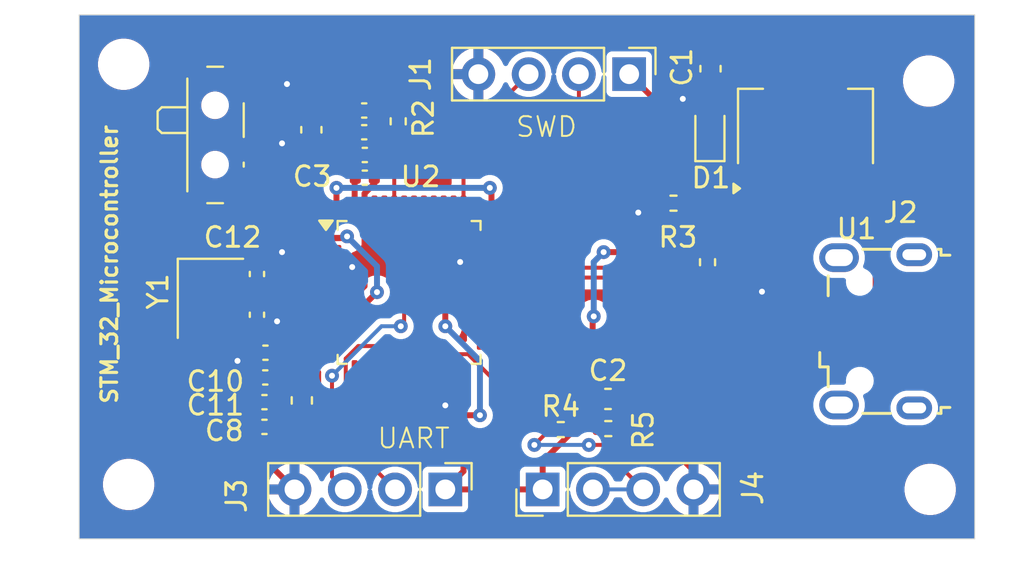
<source format=kicad_pcb>
(kicad_pcb (version 20240108) (generator "pcbnew") (generator_version "8.0")
  (layers (0 "F.Cu" signal) (31 "B.Cu" power) (34 "B.Paste" user) (35 "F.Paste" user) (36 "B.SilkS" user "B.Silkscreen") (37 "F.SilkS" user "F.Silkscreen") (38 "B.Mask" user) (39 "F.Mask" user) (44 "Edge.Cuts" user))
  (net 0 "")
  (net 1 "VBUS")
  (net 2 "GND")
  (net 3 "+3.3V")
  (net 4 "Net-(C10-Pad1)")
  (net 5 "/NRST")
  (net 6 "/HSE_OUT")
  (net 7 "/Power LED")
  (net 8 "/SWDIO")
  (net 9 "/SWCLK")
  (net 13 "/USB_D+")
  (net 14 "/USB_D-")
  (net 17 "/USART_RX")
  (net 18 "/USART_TX")
  (net 19 "/I2C2_SCL")
  (net 20 "/BOOT0")
  (net 21 "Net-(SW1-B)")
  (net 26 "/HSE_IN")
  (footprint "Capacitor_SMD:C_0402_1005Metric" (layer "F.Cu") (at 99.6525 78.3375)
    (property "Reference" "C4" (hide yes))
    (property "Value" "100n" (hide yes))
    (fp_line (start -0.107836 -0.36) (end 0.107836 -0.36) (stroke (width 0.12)) (layer "F.SilkS"))
    (fp_line (start -0.107836 0.36) (end 0.107836 0.36) (stroke (width 0.12)) (layer "F.SilkS"))
    (pad "1" smd roundrect (at -0.48 0) (size 0.56 0.62) (layers "F.Cu" "F.Paste" "F.Mask") (net 3 "+3.3V"))
    (pad "2" smd roundrect (at 0.48 0) (size 0.56 0.62) (layers "F.Cu" "F.Paste" "F.Mask") (net 2 "GND"))
  )
  (footprint "Capacitor_SMD:C_0402_1005Metric" (layer "F.Cu") (at 94.2325 88.6675 -90)
    (property "Reference" "C13" (hide yes))
    (property "Value" "10p" (hide yes))
    (fp_line (start -0.107836 0.36) (end 0.107836 0.36) (stroke (width 0.12)) (layer "F.SilkS"))
    (fp_line (start -0.107836 -0.36) (end 0.107836 -0.36) (stroke (width 0.12)) (layer "F.SilkS"))
    (pad "1" smd roundrect (at -0.48 0 270) (size 0.56 0.62) (layers "F.Cu" "F.Paste" "F.Mask") (net 6 "/HSE_OUT"))
    (pad "2" smd roundrect (at 0.48 0 270) (size 0.56 0.62) (layers "F.Cu" "F.Paste" "F.Mask") (net 2 "GND"))
  )
  (footprint "Capacitor_SMD:C_0603_1608Metric" (layer "F.Cu") (at 111.97 92.925)
    (property "Reference" "C2" (at 0 -1.43 0) (layer "F.SilkS"))
    (property "Value" "10u" (hide yes))
    (fp_line (start -0.14058 -0.51) (end 0.14058 -0.51) (stroke (width 0.12)) (layer "F.SilkS"))
    (fp_line (start -0.14058 0.51) (end 0.14058 0.51) (stroke (width 0.12)) (layer "F.SilkS"))
    (pad "1" smd roundrect (at -0.775 0) (size 0.9 0.95) (layers "F.Cu" "F.Paste" "F.Mask") (net 3 "+3.3V"))
    (pad "2" smd roundrect (at 0.775 0) (size 0.9 0.95) (layers "F.Cu" "F.Paste" "F.Mask") (net 2 "GND"))
  )
  (footprint "Capacitor_SMD:C_0603_1608Metric" (layer "F.Cu") (at 96.9825 79.3125 90)
    (property "Reference" "C3" (at -2.3625 0.0425 0) (layer "F.SilkS"))
    (property "Value" "10u" (hide yes))
    (fp_line (start -0.14058 -0.51) (end 0.14058 -0.51) (stroke (width 0.12)) (layer "F.SilkS"))
    (fp_line (start -0.14058 0.51) (end 0.14058 0.51) (stroke (width 0.12)) (layer "F.SilkS"))
    (pad "1" smd roundrect (at -0.775 0 90) (size 0.9 0.95) (layers "F.Cu" "F.Paste" "F.Mask") (net 3 "+3.3V"))
    (pad "2" smd roundrect (at 0.775 0 90) (size 0.9 0.95) (layers "F.Cu" "F.Paste" "F.Mask") (net 2 "GND"))
  )
  (footprint "Connector_PinHeader_2.54mm:PinHeader_1x04_P2.54mm_Vertical" (layer "F.Cu") (at 113.04 76.5 -90)
    (property "Reference" "J1" (at 0 10.54 90) (layer "F.SilkS"))
    (property "Value" "Conn_01x04_Pin" (hide yes))
    (fp_line (start -1.33 8.95) (end 1.33 8.95) (stroke (width 0.12)) (layer "F.SilkS"))
    (fp_line (start -1.33 1.27) (end -1.33 8.95) (stroke (width 0.12)) (layer "F.SilkS"))
    (fp_line (start -1.33 1.27) (end 1.33 1.27) (stroke (width 0.12)) (layer "F.SilkS"))
    (fp_line (start 1.33 1.27) (end 1.33 8.95) (stroke (width 0.12)) (layer "F.SilkS"))
    (fp_line (start -1.33 0) (end -1.33 -1.33) (stroke (width 0.12)) (layer "F.SilkS"))
    (fp_line (start -1.33 -1.33) (end 0 -1.33) (stroke (width 0.12)) (layer "F.SilkS"))
    (pad "1" thru_hole rect (at 0 0 270) (size 1.7 1.7) (drill 1) (layers "*.Cu" "*.Mask") (net 3 "+3.3V"))
    (pad "2" thru_hole oval (at 0 2.54 270) (size 1.7 1.7) (drill 1) (layers "*.Cu" "*.Mask") (net 8 "/SWDIO"))
    (pad "3" thru_hole oval (at 0 5.08 270) (size 1.7 1.7) (drill 1) (layers "*.Cu" "*.Mask") (net 9 "/SWCLK"))
    (pad "4" thru_hole oval (at 0 7.62 270) (size 1.7 1.7) (drill 1) (layers "*.Cu" "*.Mask") (net 2 "GND"))
  )
  (footprint "Capacitor_SMD:C_0402_1005Metric" (layer "F.Cu") (at 94.6525 91.8375 180)
    (property "Reference" "C10" (at 2.52 -0.2 180) (layer "F.SilkS"))
    (property "Value" "1u" (hide yes))
    (fp_line (start -0.107836 0.36) (end 0.107836 0.36) (stroke (width 0.12)) (layer "F.SilkS"))
    (fp_line (start -0.107836 -0.36) (end 0.107836 -0.36) (stroke (width 0.12)) (layer "F.SilkS"))
    (pad "1" smd roundrect (at -0.48 0 180) (size 0.56 0.62) (layers "F.Cu" "F.Paste" "F.Mask") (net 4 "Net-(C10-Pad1)"))
    (pad "2" smd roundrect (at 0.48 0 180) (size 0.56 0.62) (layers "F.Cu" "F.Paste" "F.Mask") (net 2 "GND"))
  )
  (footprint "Connector_PinHeader_2.54mm:PinHeader_1x04_P2.54mm_Vertical" (layer "F.Cu") (at 108.67 97.5 90)
    (property "Reference" "J4" (at 0.075 10.62 -90) (layer "F.SilkS"))
    (property "Value" "Conn_01x04_Pin" (hide yes))
    (fp_line (start -1.33 -1.33) (end 0 -1.33) (stroke (width 0.12)) (layer "F.SilkS"))
    (fp_line (start -1.33 0) (end -1.33 -1.33) (stroke (width 0.12)) (layer "F.SilkS"))
    (fp_line (start 1.33 1.27) (end 1.33 8.95) (stroke (width 0.12)) (layer "F.SilkS"))
    (fp_line (start -1.33 1.27) (end 1.33 1.27) (stroke (width 0.12)) (layer "F.SilkS"))
    (fp_line (start -1.33 1.27) (end -1.33 8.95) (stroke (width 0.12)) (layer "F.SilkS"))
    (fp_line (start -1.33 8.95) (end 1.33 8.95) (stroke (width 0.12)) (layer "F.SilkS"))
    (pad "1" thru_hole rect (at 0 0 90) (size 1.7 1.7) (drill 1) (layers "*.Cu" "*.Mask") (net 3 "+3.3V"))
    (pad "2" thru_hole oval (at 0 2.54 90) (size 1.7 1.7) (drill 1) (layers "*.Cu" "*.Mask") (net 19 "/I2C2_SCL"))
    (pad "3" thru_hole oval (at 0 5.08 90) (size 1.7 1.7) (drill 1) (layers "*.Cu" "*.Mask") (net 19 "/I2C2_SCL"))
    (pad "4" thru_hole oval (at 0 7.62 90) (size 1.7 1.7) (drill 1) (layers "*.Cu" "*.Mask") (net 2 "GND"))
  )
  (footprint "Resistor_SMD:R_0402_1005Metric" (layer "F.Cu") (at 109.585 94.475)
    (property "Reference" "R4" (at 0 -1.17 0) (layer "F.SilkS"))
    (property "Value" "1.5k" (hide yes))
    (fp_line (start -0.153641 -0.38) (end 0.153641 -0.38) (stroke (width 0.12)) (layer "F.SilkS"))
    (fp_line (start -0.153641 0.38) (end 0.153641 0.38) (stroke (width 0.12)) (layer "F.SilkS"))
    (pad "1" smd roundrect (at -0.51 0) (size 0.54 0.64) (layers "F.Cu" "F.Paste" "F.Mask") (net 19 "/I2C2_SCL"))
    (pad "2" smd roundrect (at 0.51 0) (size 0.54 0.64) (layers "F.Cu" "F.Paste" "F.Mask") (net 3 "+3.3V"))
  )
  (footprint "Capacitor_SMD:C_0402_1005Metric" (layer "F.Cu") (at 94.2325 86.6075 90)
    (property "Reference" "C12" (at 1.8575 -1.2325 0) (layer "F.SilkS"))
    (property "Value" "10p" (hide yes))
    (fp_line (start -0.107836 -0.36) (end 0.107836 -0.36) (stroke (width 0.12)) (layer "F.SilkS"))
    (fp_line (start -0.107836 0.36) (end 0.107836 0.36) (stroke (width 0.12)) (layer "F.SilkS"))
    (pad "1" smd roundrect (at -0.48 0 90) (size 0.56 0.62) (layers "F.Cu" "F.Paste" "F.Mask") (net 26 "/HSE_IN"))
    (pad "2" smd roundrect (at 0.48 0 90) (size 0.56 0.62) (layers "F.Cu" "F.Paste" "F.Mask") (net 2 "GND"))
  )
  (footprint "Resistor_SMD:R_0402_1005Metric" (layer "F.Cu") (at 101.37 78.885 90)
    (property "Reference" "R2" (at 0.135 1.275 -90) (layer "F.SilkS"))
    (property "Value" "10k" (hide yes))
    (fp_line (start -0.153641 -0.38) (end 0.153641 -0.38) (stroke (width 0.12)) (layer "F.SilkS"))
    (fp_line (start -0.153641 0.38) (end 0.153641 0.38) (stroke (width 0.12)) (layer "F.SilkS"))
    (pad "1" smd roundrect (at -0.51 0 90) (size 0.54 0.64) (layers "F.Cu" "F.Paste" "F.Mask") (net 21 "Net-(SW1-B)"))
    (pad "2" smd roundrect (at 0.51 0 90) (size 0.54 0.64) (layers "F.Cu" "F.Paste" "F.Mask") (net 20 "/BOOT0"))
  )
  (footprint "Crystal:Crystal_SMD_3225-4Pin_3.2x2.5mm" (layer "F.Cu") (at 91.8825 87.8375 -90)
    (property "Reference" "Y1" (at -0.35 2.65 90) (layer "F.SilkS"))
    (property "Value" "16MHz" (hide yes))
    (fp_line (start -2 1.65) (end 2 1.65) (stroke (width 0.12)) (layer "F.SilkS"))
    (fp_line (start -2 -1.65) (end -2 1.65) (stroke (width 0.12)) (layer "F.SilkS"))
    (pad "1" smd rect (at -1.1 0.85 270) (size 1.4 1.2) (layers "F.Cu" "F.Paste" "F.Mask") (net 26 "/HSE_IN"))
    (pad "2" smd rect (at 1.1 0.85 270) (size 1.4 1.2) (layers "F.Cu" "F.Paste" "F.Mask") (net 2 "GND"))
    (pad "3" smd rect (at 1.1 -0.85 270) (size 1.4 1.2) (layers "F.Cu" "F.Paste" "F.Mask") (net 6 "/HSE_OUT"))
    (pad "4" smd rect (at -1.1 -0.85 270) (size 1.4 1.2) (layers "F.Cu" "F.Paste" "F.Mask") (net 2 "GND"))
  )
  (footprint "Resistor_SMD:R_0402_1005Metric" (layer "F.Cu") (at 117 86.01 90)
    (property "Reference" "R3" (at 1.26 -1.5 0) (layer "F.SilkS"))
    (property "Value" "1.5k" (hide yes))
    (fp_line (start -0.153641 -0.38) (end 0.153641 -0.38) (stroke (width 0.12)) (layer "F.SilkS"))
    (fp_line (start -0.153641 0.38) (end 0.153641 0.38) (stroke (width 0.12)) (layer "F.SilkS"))
    (pad "1" smd roundrect (at -0.51 0 90) (size 0.54 0.64) (layers "F.Cu" "F.Paste" "F.Mask") (net 13 "/USB_D+"))
    (pad "2" smd roundrect (at 0.51 0 90) (size 0.54 0.64) (layers "F.Cu" "F.Paste" "F.Mask") (net 3 "+3.3V"))
  )
  (footprint "Connector_PinHeader_2.54mm:PinHeader_1x04_P2.54mm_Vertical" (layer "F.Cu") (at 103.75 97.5 -90)
    (property "Reference" "J3" (at 0.325 10.55 90) (layer "F.SilkS"))
    (property "Value" "Conn_01x04_Pin" (hide yes))
    (fp_line (start -1.33 8.95) (end 1.33 8.95) (stroke (width 0.12)) (layer "F.SilkS"))
    (fp_line (start -1.33 1.27) (end -1.33 8.95) (stroke (width 0.12)) (layer "F.SilkS"))
    (fp_line (start -1.33 1.27) (end 1.33 1.27) (stroke (width 0.12)) (layer "F.SilkS"))
    (fp_line (start 1.33 1.27) (end 1.33 8.95) (stroke (width 0.12)) (layer "F.SilkS"))
    (fp_line (start -1.33 0) (end -1.33 -1.33) (stroke (width 0.12)) (layer "F.SilkS"))
    (fp_line (start -1.33 -1.33) (end 0 -1.33) (stroke (width 0.12)) (layer "F.SilkS"))
    (pad "1" thru_hole rect (at 0 0 270) (size 1.7 1.7) (drill 1) (layers "*.Cu" "*.Mask") (net 3 "+3.3V"))
    (pad "2" thru_hole oval (at 0 2.54 270) (size 1.7 1.7) (drill 1) (layers "*.Cu" "*.Mask") (net 18 "/USART_TX"))
    (pad "3" thru_hole oval (at 0 5.08 270) (size 1.7 1.7) (drill 1) (layers "*.Cu" "*.Mask") (net 17 "/USART_RX"))
    (pad "4" thru_hole oval (at 0 7.62 270) (size 1.7 1.7) (drill 1) (layers "*.Cu" "*.Mask") (net 2 "GND"))
  )
  (footprint "Capacitor_SMD:C_0402_1005Metric" (layer "F.Cu") (at 94.6125 93.0875 180)
    (property "Reference" "C11" (at 2.48 -0.15 180) (layer "F.SilkS"))
    (property "Value" "100n" (hide yes))
    (fp_line (start -0.107836 0.36) (end 0.107836 0.36) (stroke (width 0.12)) (layer "F.SilkS"))
    (fp_line (start -0.107836 -0.36) (end 0.107836 -0.36) (stroke (width 0.12)) (layer "F.SilkS"))
    (pad "1" smd roundrect (at -0.48 0 180) (size 0.56 0.62) (layers "F.Cu" "F.Paste" "F.Mask") (net 5 "/NRST"))
    (pad "2" smd roundrect (at 0.48 0 180) (size 0.56 0.62) (layers "F.Cu" "F.Paste" "F.Mask") (net 2 "GND"))
  )
  (footprint "MountingHole:MountingHole_2.1mm" (layer "F.Cu") (at 128.25 97.5)
    (property "Reference" "H3" (hide yes))
    (property "Value" "MountingHole" (hide yes))
    (pad "" np_thru_hole circle (at 0 0) (size 2.1 2.1) (drill 2.1) (layers "*.Cu" "*.Mask"))
  )
  (footprint "Capacitor_SMD:C_0402_1005Metric" (layer "F.Cu") (at 94.6125 94.3375 180)
    (property "Reference" "C8" (at 2.03 -0.2 180) (layer "F.SilkS"))
    (property "Value" "10n" (hide yes))
    (fp_line (start -0.107836 0.36) (end 0.107836 0.36) (stroke (width 0.12)) (layer "F.SilkS"))
    (fp_line (start -0.107836 -0.36) (end 0.107836 -0.36) (stroke (width 0.12)) (layer "F.SilkS"))
    (pad "1" smd roundrect (at -0.48 0 180) (size 0.56 0.62) (layers "F.Cu" "F.Paste" "F.Mask") (net 3 "+3.3V"))
    (pad "2" smd roundrect (at 0.48 0 180) (size 0.56 0.62) (layers "F.Cu" "F.Paste" "F.Mask") (net 2 "GND"))
  )
  (footprint "Resistor_SMD:R_0402_1005Metric" (layer "F.Cu") (at 115.28 83.025 180)
    (property "Reference" "R1" (hide yes))
    (property "Value" "1.5k" (hide yes))
    (fp_line (start -0.153641 0.38) (end 0.153641 0.38) (stroke (width 0.12)) (layer "F.SilkS"))
    (fp_line (start -0.153641 -0.38) (end 0.153641 -0.38) (stroke (width 0.12)) (layer "F.SilkS"))
    (pad "1" smd roundrect (at -0.51 0 180) (size 0.54 0.64) (layers "F.Cu" "F.Paste" "F.Mask") (net 7 "/Power LED"))
    (pad "2" smd roundrect (at 0.51 0 180) (size 0.54 0.64) (layers "F.Cu" "F.Paste" "F.Mask") (net 2 "GND"))
  )
  (footprint "Connector_USB:USB_Micro-B_Wuerth_629105150521" (layer "F.Cu") (at 125.495 89.505 90)
    (property "Reference" "J2" (at 6.005 1.255 0) (layer "F.SilkS"))
    (property "Value" "USB_B_Micro")
    (fp_line (start -1.075 -2.825) (end -1.8 -2.825) (stroke (width 0.15)) (layer "F.SilkS"))
    (fp_line (start -1.8 -2.825) (end -1.8 -2.4) (stroke (width 0.15)) (layer "F.SilkS"))
    (fp_line (start 1.8 -2.4) (end 2.8 -2.4) (stroke (width 0.15)) (layer "F.SilkS"))
    (fp_line (start -1.8 -2.4) (end -2.8 -2.4) (stroke (width 0.15)) (layer "F.SilkS"))
    (fp_line (start -4.15 -0.65) (end -4.15 0.75) (stroke (width 0.15)) (layer "F.SilkS"))
    (fp_line (start 4.15 0.75) (end 4.15 -0.65) (stroke (width 0.15)) (layer "F.SilkS"))
    (fp_line (start -4.15 3.15) (end -4.15 3.3) (stroke (width 0.15)) (layer "F.SilkS"))
    (fp_line (start 4.15 3.3) (end 4.15 3.15) (stroke (width 0.15)) (layer "F.SilkS"))
    (fp_line (start 3.85 3.3) (end 4.15 3.3) (stroke (width 0.15)) (layer "F.SilkS"))
    (fp_line (start -3.85 3.3) (end -3.85 3.75) (stroke (width 0.15)) (layer "F.SilkS"))
    (fp_line (start -4.15 3.3) (end -3.85 3.3) (stroke (width 0.15)) (layer "F.SilkS"))
    (fp_line (start 3.85 3.75) (end 3.85 3.3) (stroke (width 0.15)) (layer "F.SilkS"))
    (pad "" np_thru_hole oval (at -2.5 -0.8 90) (size 0.8 0.8) (drill 0.8) (layers "*.Cu" "*.Mask"))
    (pad "" np_thru_hole oval (at 2.5 -0.8 90) (size 0.8 0.8) (drill 0.8) (layers "*.Cu" "*.Mask"))
    (pad "1" smd rect (at -1.3 -1.9 90) (size 0.45 1.3) (layers "F.Cu" "F.Paste" "F.Mask") (net 1 "VBUS"))
    (pad "2" smd rect (at -0.65 -1.9 90) (size 0.45 1.3) (layers "F.Cu" "F.Paste" "F.Mask") (net 14 "/USB_D-"))
    (pad "3" smd rect (at 0 -1.9 90) (size 0.45 1.3) (layers "F.Cu" "F.Paste" "F.Mask") (net 13 "/USB_D+"))
    (pad "4" smd rect (at 0.65 -1.9 90) (size 0.45 1.3) (layers "F.Cu" "F.Paste" "F.Mask"))
    (pad "5" smd rect (at 1.3 -1.9 90) (size 0.45 1.3) (layers "F.Cu" "F.Paste" "F.Mask") (net 2 "GND"))
    (pad "6" thru_hole oval (at -3.875 1.95 90) (size 1.15 1.8) (drill oval 0.55 1.2) (layers "*.Cu" "*.Mask"))
    (pad "6" thru_hole oval (at -3.725 -1.85 90) (size 1.45 2) (drill oval 0.85 1.4) (layers "*.Cu" "*.Mask"))
    (pad "6" thru_hole oval (at 3.725 -1.85 90) (size 1.45 2) (drill oval 0.85 1.4) (layers "*.Cu" "*.Mask"))
    (pad "6" thru_hole oval (at 3.875 1.95 90) (size 1.15 1.8) (drill oval 0.55 1.2) (layers "*.Cu" "*.Mask"))
  )
  (footprint "Button_Switch_SMD:SW_SPDT_PCM12" (layer "F.Cu") (at 92.445 79.575 -90)
    (property "Reference" "SW1" (hide yes))
    (property "Value" "SW_SPDT" (hide yes))
    (fp_line (start -1.2 3.23) (end -0.3 3.23) (stroke (width 0.12)) (layer "F.SilkS"))
    (fp_line (start -1.4 3.02) (end -1.2 3.23) (stroke (width 0.12)) (layer "F.SilkS"))
    (fp_line (start -0.1 3.02) (end -0.3 3.23) (stroke (width 0.12)) (layer "F.SilkS"))
    (fp_line (start -0.1 3.02) (end -0.1 1.73) (stroke (width 0.12)) (layer "F.SilkS"))
    (fp_line (start -2.85 1.73) (end 2.85 1.73) (stroke (width 0.12)) (layer "F.SilkS"))
    (fp_line (start -1.4 1.73) (end -1.4 3.02) (stroke (width 0.12)) (layer "F.SilkS"))
    (fp_line (start 3.45 0.72) (end 3.45 -0.07) (stroke (width 0.12)) (layer "F.SilkS"))
    (fp_line (start -3.45 -0.07) (end -3.45 0.72) (stroke (width 0.12)) (layer "F.SilkS"))
    (fp_line (start -1.6 -1.12) (end 0.1 -1.12) (stroke (width 0.12)) (layer "F.SilkS"))
    (fp_line (start 1.4 -1.12) (end 1.6 -1.12) (stroke (width 0.12)) (layer "F.SilkS"))
    (pad "" smd rect (at -3.65 -0.78 270) (size 1 0.8) (layers "F.Cu" "F.Paste" "F.Mask"))
    (pad "" smd rect (at -3.65 1.43 270) (size 1 0.8) (layers "F.Cu" "F.Paste" "F.Mask"))
    (pad "" np_thru_hole circle (at -1.5 0.33 270) (size 0.9 0.9) (drill 0.9) (layers "*.Cu" "*.Mask"))
    (pad "" np_thru_hole circle (at 1.5 0.33 270) (size 0.9 0.9) (drill 0.9) (layers "*.Cu" "*.Mask"))
    (pad "" smd rect (at 3.65 -0.78 270) (size 1 0.8) (layers "F.Cu" "F.Paste" "F.Mask"))
    (pad "" smd rect (at 3.65 1.43 270) (size 1 0.8) (layers "F.Cu" "F.Paste" "F.Mask"))
    (pad "1" smd rect (at -2.25 -1.43 270) (size 0.7 1.5) (layers "F.Cu" "F.Paste" "F.Mask") (net 2 "GND"))
    (pad "2" smd rect (at 0.75 -1.43 270) (size 0.7 1.5) (layers "F.Cu" "F.Paste" "F.Mask") (net 21 "Net-(SW1-B)"))
    (pad "3" smd rect (at 2.25 -1.43 270) (size 0.7 1.5) (layers "F.Cu" "F.Paste" "F.Mask") (net 3 "+3.3V"))
  )
  (footprint "Capacitor_SMD:C_0402_1005Metric" (layer "F.Cu") (at 99.6525 79.4375)
    (property "Reference" "C5" (hide yes))
    (property "Value" "100n" (hide yes))
    (fp_line (start -0.107836 -0.36) (end 0.107836 -0.36) (stroke (width 0.12)) (layer "F.SilkS"))
    (fp_line (start -0.107836 0.36) (end 0.107836 0.36) (stroke (width 0.12)) (layer "F.SilkS"))
    (pad "1" smd roundrect (at -0.48 0) (size 0.56 0.62) (layers "F.Cu" "F.Paste" "F.Mask") (net 3 "+3.3V"))
    (pad "2" smd roundrect (at 0.48 0) (size 0.56 0.62) (layers "F.Cu" "F.Paste" "F.Mask") (net 2 "GND"))
  )
  (footprint "Capacitor_SMD:C_0603_1608Metric" (layer "F.Cu") (at 117.15 76.225 -90)
    (property "Reference" "C1" (at -0.075 1.45 90) (layer "F.SilkS"))
    (property "Value" "10u" (hide yes))
    (fp_line (start -0.14058 0.51) (end 0.14058 0.51) (stroke (width 0.12)) (layer "F.SilkS"))
    (fp_line (start -0.14058 -0.51) (end 0.14058 -0.51) (stroke (width 0.12)) (layer "F.SilkS"))
    (pad "1" smd roundrect (at -0.775 0 270) (size 0.9 0.95) (layers "F.Cu" "F.Paste" "F.Mask") (net 1 "VBUS"))
    (pad "2" smd roundrect (at 0.775 0 270) (size 0.9 0.95) (layers "F.Cu" "F.Paste" "F.Mask") (net 2 "GND"))
  )
  (footprint "LED_SMD:LED_0603_1608Metric" (layer "F.Cu") (at 117.12 79.4125 90)
    (property "Reference" "D1" (at -2.3375 0.05 0) (layer "F.SilkS"))
    (property "Value" "RED" (hide yes))
    (fp_line (start 0.8 -0.735) (end -1.485 -0.735) (stroke (width 0.12)) (layer "F.SilkS"))
    (fp_line (start -1.485 -0.735) (end -1.485 0.735) (stroke (width 0.12)) (layer "F.SilkS"))
    (fp_line (start -1.485 0.735) (end 0.8 0.735) (stroke (width 0.12)) (layer "F.SilkS"))
    (pad "1" smd roundrect (at -0.7875 0 90) (size 0.875 0.95) (layers "F.Cu" "F.Paste" "F.Mask") (net 7 "/Power LED"))
    (pad "2" smd roundrect (at 0.7875 0 90) (size 0.875 0.95) (layers "F.Cu" "F.Paste" "F.Mask") (net 3 "+3.3V"))
  )
  (footprint "MountingHole:MountingHole_2.1mm" (layer "F.Cu") (at 128.175 76.85)
    (property "Reference" "H1" (hide yes))
    (property "Value" "MountingHole" (hide yes))
    (pad "" np_thru_hole circle (at 0 0) (size 2.1 2.1) (drill 2.1) (layers "*.Cu" "*.Mask"))
  )
  (footprint "MountingHole:MountingHole_2.1mm" (layer "F.Cu") (at 87.5 76)
    (property "Reference" "H2" (hide yes))
    (property "Value" "MountingHole" (hide yes))
    (pad "" np_thru_hole circle (at 0 0) (size 2.1 2.1) (drill 2.1) (layers "*.Cu" "*.Mask"))
  )
  (footprint "Capacitor_SMD:C_0402_1005Metric" (layer "F.Cu") (at 99.6825 81.7375)
    (property "Reference" "C7" (hide yes))
    (property "Value" "100n" (hide yes))
    (fp_line (start -0.107836 -0.36) (end 0.107836 -0.36) (stroke (width 0.12)) (layer "F.SilkS"))
    (fp_line (start -0.107836 0.36) (end 0.107836 0.36) (stroke (width 0.12)) (layer "F.SilkS"))
    (pad "1" smd roundrect (at -0.48 0) (size 0.56 0.62) (layers "F.Cu" "F.Paste" "F.Mask") (net 3 "+3.3V"))
    (pad "2" smd roundrect (at 0.48 0) (size 0.56 0.62) (layers "F.Cu" "F.Paste" "F.Mask") (net 2 "GND"))
  )
  (footprint "MountingHole:MountingHole_2.1mm" (layer "F.Cu") (at 87.75 97.25)
    (property "Reference" "H4" (hide yes))
    (property "Value" "MountingHole" (hide yes))
    (pad "" np_thru_hole circle (at 0 0) (size 2.1 2.1) (drill 2.1) (layers "*.Cu" "*.Mask"))
  )
  (footprint "Package_QFP:LQFP-48_7x7mm_P0.5mm" (layer "F.Cu") (at 101.92 87.5375)
    (property "Reference" "U2" (at 0.58 -5.85 0) (layer "F.SilkS"))
    (property "Value" "STM32F103C8T6" (hide yes))
    (fp_line (start -3.61 -3.61) (end -3.61 -3.16) (stroke (width 0.12)) (layer "F.SilkS"))
    (fp_line (start -3.61 3.61) (end -3.61 3.16) (stroke (width 0.12)) (layer "F.SilkS"))
    (fp_line (start -3.16 -3.61) (end -3.61 -3.61) (stroke (width 0.12)) (layer "F.SilkS"))
    (fp_line (start -3.16 3.61) (end -3.61 3.61) (stroke (width 0.12)) (layer "F.SilkS"))
    (fp_line (start 3.16 -3.61) (end 3.61 -3.61) (stroke (width 0.12)) (layer "F.SilkS"))
    (fp_line (start 3.16 3.61) (end 3.61 3.61) (stroke (width 0.12)) (layer "F.SilkS"))
    (fp_line (start 3.61 -3.61) (end 3.61 -3.16) (stroke (width 0.12)) (layer "F.SilkS"))
    (fp_line (start 3.61 3.61) (end 3.61 3.16) (stroke (width 0.12)) (layer "F.SilkS"))
    (fp_poly (pts (xy -4.2 -3.16) (xy -4.54 -3.63) (xy -3.86 -3.63) (xy -4.2 -3.16)) (stroke (width 0.12)) (fill solid) (layer "F.SilkS"))
    (pad "1" smd roundrect (at -4.1625 -2.75) (size 1.475 0.3) (layers "F.Cu" "F.Paste" "F.Mask") (net 3 "+3.3V"))
    (pad "2" smd roundrect (at -4.1625 -2.25) (size 1.475 0.3) (layers "F.Cu" "F.Paste" "F.Mask"))
    (pad "3" smd roundrect (at -4.1625 -1.75) (size 1.475 0.3) (layers "F.Cu" "F.Paste" "F.Mask"))
    (pad "4" smd roundrect (at -4.1625 -1.25) (size 1.475 0.3) (layers "F.Cu" "F.Paste" "F.Mask"))
    (pad "5" smd roundrect (at -4.1625 -0.75) (size 1.475 0.3) (layers "F.Cu" "F.Paste" "F.Mask") (net 26 "/HSE_IN"))
    (pad "6" smd roundrect (at -4.1625 -0.25) (size 1.475 0.3) (layers "F.Cu" "F.Paste" "F.Mask") (net 6 "/HSE_OUT"))
    (pad "7" smd roundrect (at -4.1625 0.25) (size 1.475 0.3) (layers "F.Cu" "F.Paste" "F.Mask") (net 5 "/NRST"))
    (pad "8" smd roundrect (at -4.1625 0.75) (size 1.475 0.3) (layers "F.Cu" "F.Paste" "F.Mask") (net 2 "GND"))
    (pad "9" smd roundrect (at -4.1625 1.25) (size 1.475 0.3) (layers "F.Cu" "F.Paste" "F.Mask") (net 3 "+3.3V"))
    (pad "10" smd roundrect (at -4.1625 1.75) (size 1.475 0.3) (layers "F.Cu" "F.Paste" "F.Mask"))
    (pad "11" smd roundrect (at -4.1625 2.25) (size 1.475 0.3) (layers "F.Cu" "F.Paste" "F.Mask"))
    (pad "12" smd roundrect (at -4.1625 2.75) (size 1.475 0.3) (layers "F.Cu" "F.Paste" "F.Mask"))
    (pad "13" smd roundrect (at -2.75 4.1625) (size 0.3 1.475) (layers "F.Cu" "F.Paste" "F.Mask"))
    (pad "14" smd roundrect (at -2.25 4.1625) (size 0.3 1.475) (layers "F.Cu" "F.Paste" "F.Mask"))
    (pad "15" smd roundrect (at -1.75 4.1625) (size 0.3 1.475) (layers "F.Cu" "F.Paste" "F.Mask"))
    (pad "16" smd roundrect (at -1.25 4.1625) (size 0.3 1.475) (layers "F.Cu" "F.Paste" "F.Mask"))
    (pad "17" smd roundrect (at -0.75 4.1625) (size 0.3 1.475) (layers "F.Cu" "F.Paste" "F.Mask"))
    (pad "18" smd roundrect (at -0.25 4.1625) (size 0.3 1.475) (layers "F.Cu" "F.Paste" "F.Mask"))
    (pad "19" smd roundrect (at 0.25 4.1625) (size 0.3 1.475) (layers "F.Cu" "F.Paste" "F.Mask"))
    (pad "20" smd roundrect (at 0.75 4.1625) (size 0.3 1.475) (layers "F.Cu" "F.Paste" "F.Mask"))
    (pad "21" smd roundrect (at 1.25 4.1625) (size 0.3 1.475) (layers "F.Cu" "F.Paste" "F.Mask") (net 19 "/I2C2_SCL"))
    (pad "22" smd roundrect (at 1.75 4.1625) (size 0.3 1.475) (layers "F.Cu" "F.Paste" "F.Mask") (net 19 "/I2C2_SCL"))
    (pad "23" smd roundrect (at 2.25 4.1625) (size 0.3 1.475) (layers "F.Cu" "F.Paste" "F.Mask") (net 2 "GND"))
    (pad "24" smd roundrect (at 2.75 4.1625) (size 0.3 1.475) (layers "F.Cu" "F.Paste" "F.Mask") (net 3 "+3.3V"))
    (pad "25" smd roundrect (at 4.1625 2.75) (size 1.475 0.3) (layers "F.Cu" "F.Paste" "F.Mask"))
    (pad "26" smd roundrect (at 4.1625 2.25) (size 1.475 0.3) (layers "F.Cu" "F.Paste" "F.Mask"))
    (pad "27" smd roundrect (at 4.1625 1.75) (size 1.475 0.3) (layers "F.Cu" "F.Paste" "F.Mask"))
    (pad "28" smd roundrect (at 4.1625 1.25) (size 1.475 0.3) (layers "F.Cu" "F.Paste" "F.Mask"))
    (pad "29" smd roundrect (at 4.1625 0.75) (size 1.475 0.3) (layers "F.Cu" "F.Paste" "F.Mask"))
    (pad "30" smd roundrect (at 4.1625 0.25) (size 1.475 0.3) (layers "F.Cu" "F.Paste" "F.Mask"))
    (pad "31" smd roundrect (at 4.1625 -0.25) (size 1.475 0.3) (layers "F.Cu" "F.Paste" "F.Mask"))
    (pad "32" smd roundrect (at 4.1625 -0.75) (size 1.475 0.3) (layers "F.Cu" "F.Paste" "F.Mask") (net 14 "/USB_D-"))
    (pad "33" smd roundrect (at 4.1625 -1.25) (size 1.475 0.3) (layers "F.Cu" "F.Paste" "F.Mask") (net 13 "/USB_D+"))
    (pad "34" smd roundrect (at 4.1625 -1.75) (size 1.475 0.3) (layers "F.Cu" "F.Paste" "F.Mask") (net 8 "/SWDIO"))
    (pad "35" smd roundrect (at 4.1625 -2.25) (size 1.475 0.3) (layers "F.Cu" "F.Paste" "F.Mask") (net 2 "GND"))
    (pad "36" smd roundrect (at 4.1625 -2.75) (size 1.475 0.3) (layers "F.Cu" "F.Paste" "F.Mask") (net 3 "+3.3V"))
    (pad "37" smd roundrect (at 2.75 -4.1625) (size 0.3 1.475) (layers "F.Cu" "F.Paste" "F.Mask") (net 9 "/SWCLK"))
    (pad "38" smd roundrect (at 2.25 -4.1625) (size 0.3 1.475) (layers "F.Cu" "F.Paste" "F.Mask"))
    (pad "39" smd roundrect (at 1.75 -4.1625) (size 0.3 1.475) (layers "F.Cu" "F.Paste" "F.Mask"))
    (pad "40" smd roundrect (at 1.25 -4.1625) (size 0.3 1.475) (layers "F.Cu" "F.Paste" "F.Mask"))
    (pad "41" smd roundrect (at 0.75 -4.1625) (size 0.3 1.475) (layers "F.Cu" "F.Paste" "F.Mask"))
    (pad "42" smd roundrect (at 0.25 -4.1625) (size 0.3 1.475) (layers "F.Cu" "F.Paste" "F.Mask") (net 18 "/USART_TX"))
    (pad "43" smd roundrect (at -0.25 -4.1625) (size 0.3 1.475) (layers "F.Cu" "F.Paste" "F.Mask") (net 17 "/USART_RX"))
    (pad "44" smd roundrect (at -0.75 -4.1625) (size 0.3 1.475) (layers "F.Cu" "F.Paste" "F.Mask") (net 20 "/BOOT0"))
    (pad "45" smd roundrect (at -1.25 -4.1625) (size 0.3 1.475) (layers "F.Cu" "F.Paste" "F.Mask"))
    (pad "46" smd roundrect (at -1.75 -4.1625) (size 0.3 1.475) (layers "F.Cu" "F.Paste" "F.Mask"))
    (pad "47" smd roundrect (at -2.25 -4.1625) (size 0.3 1.475) (layers "F.Cu" "F.Paste" "F.Mask") (net 2 "GND"))
    (pad "48" smd roundrect (at -2.75 -4.1625) (size 0.3 1.475) (layers "F.Cu" "F.Paste" "F.Mask") (net 3 "+3.3V"))
  )
  (footprint "Inductor_SMD:L_0603_1608Metric" (layer "F.Cu") (at 96.5 93 90)
    (property "Reference" "FB1" (hide yes))
    (property "Value" "120R" (hide yes))
    (fp_line (start -0.162779 -0.51) (end 0.162779 -0.51) (stroke (width 0.12)) (layer "F.SilkS"))
    (fp_line (start -0.162779 0.51) (end 0.162779 0.51) (stroke (width 0.12)) (layer "F.SilkS"))
    (pad "1" smd roundrect (at -0.7875 0 90) (size 0.875 0.95) (layers "F.Cu" "F.Paste" "F.Mask") (net 3 "+3.3V"))
    (pad "2" smd roundrect (at 0.7875 0 90) (size 0.875 0.95) (layers "F.Cu" "F.Paste" "F.Mask") (net 4 "Net-(C10-Pad1)"))
  )
  (footprint "Package_TO_SOT_SMD:SOT-223-3_TabPin2" (layer "F.Cu") (at 121.95 79.15 90)
    (property "Reference" "U1" (at -5.175 2.575 0) (layer "F.SilkS"))
    (property "Value" "AMS1117-3.3" (hide yes))
    (fp_line (start 1.91 -3.41) (end 1.91 -2.15) (stroke (width 0.12)) (layer "F.SilkS"))
    (fp_line (start -1.85 -3.41) (end 1.91 -3.41) (stroke (width 0.12)) (layer "F.SilkS"))
    (fp_line (start 1.91 3.41) (end 1.91 2.15) (stroke (width 0.12)) (layer "F.SilkS"))
    (fp_line (start -1.85 3.41) (end 1.91 3.41) (stroke (width 0.12)) (layer "F.SilkS"))
    (fp_poly (pts (xy -3.13 -3.31) (xy -3.37 -3.64) (xy -2.89 -3.64) (xy -3.13 -3.31)) (stroke (width 0.12)) (fill solid) (layer "F.SilkS"))
    (pad "1" smd roundrect (at -3.15 -2.3 90) (size 2 1.5) (layers "F.Cu" "F.Paste" "F.Mask") (net 2 "GND"))
    (pad "2" smd roundrect (at -3.15 0 90) (size 2 1.5) (layers "F.Cu" "F.Paste" "F.Mask") (net 3 "+3.3V"))
    (pad "2" smd roundrect (at 3.15 0 90) (size 2 3.8) (layers "F.Cu" "F.Paste" "F.Mask") (net 3 "+3.3V"))
    (pad "3" smd roundrect (at -3.15 2.3 90) (size 2 1.5) (layers "F.Cu" "F.Paste" "F.Mask") (net 1 "VBUS"))
  )
  (footprint "Capacitor_SMD:C_0402_1005Metric" (layer "F.Cu") (at 99.6825 80.5875)
    (property "Reference" "C6" (hide yes))
    (property "Value" "100n" (hide yes))
    (fp_line (start -0.107836 -0.36) (end 0.107836 -0.36) (stroke (width 0.12)) (layer "F.SilkS"))
    (fp_line (start -0.107836 0.36) (end 0.107836 0.36) (stroke (width 0.12)) (layer "F.SilkS"))
    (pad "1" smd roundrect (at -0.48 0) (size 0.56 0.62) (layers "F.Cu" "F.Paste" "F.Mask") (net 3 "+3.3V"))
    (pad "2" smd roundrect (at 0.48 0) (size 0.56 0.62) (layers "F.Cu" "F.Paste" "F.Mask") (net 2 "GND"))
  )
  (footprint "Capacitor_SMD:C_0402_1005Metric" (layer "F.Cu") (at 94.6625 90.5875 180)
    (property "Reference" "C9" (hide yes))
    (property "Value" "1u" (hide yes))
    (fp_line (start -0.107836 0.36) (end 0.107836 0.36) (stroke (width 0.12)) (layer "F.SilkS"))
    (fp_line (start -0.107836 -0.36) (end 0.107836 -0.36) (stroke (width 0.12)) (layer "F.SilkS"))
    (pad "1" smd roundrect (at -0.48 0 180) (size 0.56 0.62) (layers "F.Cu" "F.Paste" "F.Mask") (net 3 "+3.3V"))
    (pad "2" smd roundrect (at 0.48 0 180) (size 0.56 0.62) (layers "F.Cu" "F.Paste" "F.Mask") (net 2 "GND"))
  )
  (footprint "Resistor_SMD:R_0402_1005Metric" (layer "F.Cu") (at 111.985 94.425 180)
    (property "Reference" "R5" (at -1.765 -0.075 -90) (layer "F.SilkS"))
    (property "Value" "1.5k" (hide yes))
    (fp_line (start -0.153641 0.38) (end 0.153641 0.38) (stroke (width 0.12)) (layer "F.SilkS"))
    (fp_line (start -0.153641 -0.38) (end 0.153641 -0.38) (stroke (width 0.12)) (layer "F.SilkS"))
    (pad "1" smd roundrect (at -0.51 0 180) (size 0.54 0.64) (layers "F.Cu" "F.Paste" "F.Mask") (net 19 "/I2C2_SCL"))
    (pad "2" smd roundrect (at 0.51 0 180) (size 0.54 0.64) (layers "F.Cu" "F.Paste" "F.Mask") (net 3 "+3.3V"))
  )
  (gr_rect (start 85.25 73.5) (end 130.5 100) (stroke (width 0.05)) (fill none) (layer "Edge.Cuts"))
  (gr_text "SWD" (at 107.25 79.75 0) (layer "F.SilkS") (effects (font (size 1 1) (thickness 0.1)) (justify left bottom)))
  (gr_text "STM_32_Microcontroller" (at 87.25 93.25 90) (layer "F.SilkS") (effects (font (size 0.8 0.8) (thickness 0.16) (bold yes)) (justify left bottom)))
  (gr_text "UART" (at 100.25 95.5 0) (layer "F.SilkS") (effects (font (size 1 1) (thickness 0.1)) (justify left bottom)))
  (segment (start 124.25 75.190646) (end 123.709354 74.65) (width 0.3) (layer "F.Cu") (net 1))
  (segment (start 125.495 83.545) (end 124.25 82.3) (width 0.3) (layer "F.Cu") (net 1))
  (segment (start 123.709354 74.65) (end 117.95 74.65) (width 0.3) (layer "F.Cu") (net 1))
  (segment (start 117.95 74.65) (end 117.15 75.45) (width 0.3) (layer "F.Cu") (net 1))
  (segment (start 123.595 90.805) (end 124.545 90.805) (width 0.3) (layer "F.Cu") (net 1))
  (segment (start 124.545 90.805) (end 125.495 89.855) (width 0.3) (layer "F.Cu") (net 1))
  (segment (start 124.25 82.3) (end 124.25 75.190646) (width 0.3) (layer "F.Cu") (net 1))
  (segment (start 125.495 89.855) (end 125.495 83.545) (width 0.3) (layer "F.Cu") (net 1))
  (segment (start 94.2325 89.1475) (end 95.1025 89.1475) (width 0.3) (layer "F.Cu") (net 2))
  (segment (start 115.44 83.695) (end 114.77 83.025) (width 0.3) (layer "F.Cu") (net 2))
  (segment (start 100.1325 80.5575) (end 100.1625 80.5875) (width 0.3) (layer "F.Cu") (net 2))
  (segment (start 99.67 87.21562) (end 99.67 83.375) (width 0.3) (layer "F.Cu") (net 2))
  (segment (start 91.0325 88.9375) (end 90.0825 87.9875) (width 0.3) (layer "F.Cu") (net 2))
  (segment (start 95.425 77.325) (end 95.75 77) (width 0.3) (layer "F.Cu") (net 2))
  (segment (start 106.0825 85.2875) (end 105.2125 85.2875) (width 0.3) (layer "F.Cu") (net 2))
  (segment (start 93.3425 86.1275) (end 94.2325 86.1275) (width 0.3) (layer "F.Cu") (net 2))
  (segment (start 123.595 88.205) (end 120.455 88.205) (width 0.3) (layer "F.Cu") (net 2))
  (segment (start 93.6625 90.5875) (end 93.25 91) (width 0.3) (layer "F.Cu") (net 2))
  (segment (start 98.59812 88.2875) (end 99.044999 87.840621) (width 0.3) (layer "F.Cu") (net 2))
  (segment (start 99.044999 87.840621) (end 99.044999 86.256043) (width 0.3) (layer "F.Cu") (net 2))
  (segment (start 116.29 96.54) (end 116.29 97.5) (width 0.3) (layer "F.Cu") (net 2))
  (segment (start 91.0325 89.0375) (end 91.0325 88.9375) (width 0.3) (layer "F.Cu") (net 2))
  (segment (start 116.5 77) (end 115.75 77.75) (width 0.3) (layer "F.Cu") (net 2))
  (segment (start 100.1325 78.3375) (end 100.1325 79.4375) (width 0.3) (layer "F.Cu") (net 2))
  (segment (start 93.875 77.325) (end 95.425 77.325) (width 0.3) (layer "F.Cu") (net 2))
  (segment (start 90.0825 85.6875) (end 90.27 85.5) (width 0.3) (layer "F.Cu") (net 2))
  (segment (start 100.1325 79.4375) (end 100.1325 80.5575) (width 0.3) (layer "F.Cu") (net 2))
  (segment (start 118.255 83.695) (end 115.44 83.695) (width 0.3) (layer "F.Cu") (net 2))
  (segment (start 100.1625 81.7375) (end 100.1625 82.04188) (width 0.3) (layer "F.Cu") (net 2))
  (segment (start 92.7325 86.7375) (end 93.3425 86.1275) (width 0.3) (layer "F.Cu") (net 2))
  (segment (start 90.0825 87.9875) (end 90.0825 85.6875) (width 0.3) (layer "F.Cu") (net 2))
  (segment (start 92.7325 86.6375) (end 92.7325 86.7375) (width 0.3) (layer "F.Cu") (net 2))
  (segment (start 92.7325 86.9375) (end 92.7325 86.7375) (width 0.3) (layer "F.Cu") (net 2))
  (segment (start 94.2325 86.1275) (end 94.8725 86.1275) (width 0.3) (layer "F.Cu") (net 2))
  (segment (start 91.595 85.5) (end 92.7325 86.6375) (width 0.3) (layer "F.Cu") (net 2))
  (segment (start 117.15 77) (end 116.5 77) (width 0.3) (layer "F.Cu") (net 2))
  (segment (start 105.2125 85.2875) (end 104.5 86) (width 0.3) (layer "F.Cu") (net 2))
  (segment (start 94.1825 90.5875) (end 93.6625 90.5875) (width 0.3) (layer "F.Cu") (net 2))
  (segment (start 95.1025 89.1475) (end 95.25 89) (width 0.3) (layer "F.Cu") (net 2))
  (segment (start 91.0325 88.9375) (end 91.0325 88.6375) (width 0.3) (layer "F.Cu") (net 2))
  (segment (start 120.455 88.205) (end 119.75 87.5) (width 0.3) (layer "F.Cu") (net 2))
  (segment (start 94.1325 95.5025) (end 96.13 97.5) (width 0.3) (layer "F.Cu") (net 2))
  (segment (start 94.1325 94.3375) (end 94.1325 95.5025) (width 0.3) (layer "F.Cu") (net 2))
  (segment (start 112.745 92.995) (end 116.29 96.54) (width 0.3) (layer "F.Cu") (net 2))
  (segment (start 96.9625 78.5375) (end 95.5 80) (width 0.3) (layer "F.Cu") (net 2))
  (segment (start 113.975 83.025) (end 113.5 83.5) (width 0.3) (layer "F.Cu") (net 2))
  (segment (start 114.77 83.025) (end 113.975 83.025) (width 0.3) (layer "F.Cu") (net 2))
  (segment (start 98.59812 88.2875) (end 99.67 87.21562) (width 0.3) (layer "F.Cu") (net 2))
  (segment (start 94.1825 90.5875) (end 94.1825 91.8275) (width 0.3) (layer "F.Cu") (net 2))
  (segment (start 99.67 82.53438) (end 99.67 83.375) (width 0.3) (layer "F.Cu") (net 2))
  (segment (start 90.27 85.5) (end 91.595 85.5) (width 0.3) (layer "F.Cu") (net 2))
  (segment (start 100.1625 80.5875) (end 100.1625 81.7375) (width 0.3) (layer "F.Cu") (net 2))
  (segment (start 94.1825 91.8275) (end 94.1725 91.8375) (width 0.3) (layer "F.Cu") (net 2))
  (segment (start 94.1325 94.3375) (end 94.1325 93.0875) (width 0.3) (layer "F.Cu") (net 2))
  (segment (start 94.8725 86.1275) (end 95.5 85.5) (width 0.3) (layer "F.Cu") (net 2))
  (segment (start 100.1625 82.04188) (end 99.67 82.53438) (width 0.3) (layer "F.Cu") (net 2))
  (segment (start 104.17 92.83) (end 103.75 93.25) (width 0.3) (layer "F.Cu") (net 2))
  (segment (start 119.65 82.3) (end 118.255 83.695) (width 0.3) (layer "F.Cu") (net 2))
  (segment (start 104.17 91.7) (end 104.17 92.83) (width 0.3) (layer "F.Cu") (net 2))
  (segment (start 96.9825 78.5375) (end 96.9625 78.5375) (width 0.3) (layer "F.Cu") (net 2))
  (segment (start 112.745 92.925) (end 112.745 92.995) (width 0.3) (layer "F.Cu") (net 2))
  (segment (start 97.7575 88.2875) (end 98.59812 88.2875) (width 0.3) (layer "F.Cu") (net 2))
  (via (at 115.75 77.75) (size 0.7) (drill 0.3) (layers "F.Cu" "B.Cu") (net 2))
  (via (at 119.75 87.5) (size 0.7) (drill 0.3) (layers "F.Cu" "B.Cu") (net 2))
  (via (at 113.5 83.5) (size 0.7) (drill 0.3) (layers "F.Cu" "B.Cu") (net 2))
  (via (at 103.75 93.25) (size 0.7) (drill 0.3) (layers "F.Cu" "B.Cu") (net 2))
  (via (at 104.5 86) (size 0.7) (drill 0.3) (layers "F.Cu" "B.Cu") (net 2))
  (via (at 95.5 80) (size 0.7) (drill 0.3) (layers "F.Cu" "B.Cu") (net 2))
  (via (at 93.25 91) (size 0.7) (drill 0.3) (layers "F.Cu" "B.Cu") (net 2))
  (via (at 95.5 85.5) (size 0.7) (drill 0.3) (layers "F.Cu" "B.Cu") (net 2))
  (via (at 95.75 77) (size 0.7) (drill 0.3) (layers "F.Cu" "B.Cu") (net 2))
  (via (at 99.044999 86.256043) (size 0.7) (drill 0.3) (layers "F.Cu" "B.Cu") (net 2))
  (via (at 95.25 89) (size 0.7) (drill 0.3) (layers "F.Cu" "B.Cu") (net 2))
  (segment (start 96.5 93.7875) (end 95.6425 93.7875) (width 0.3) (layer "F.Cu") (net 3))
  (segment (start 106.0825 84.7875) (end 106.0825 82.3325) (width 0.3) (layer "F.Cu") (net 3))
  (segment (start 106.0825 84.7875) (end 104.72255 84.7875) (width 0.3) (layer "F.Cu") (net 3))
  (segment (start 97.875 83.375) (end 97.75 83.5) (width 0.3) (layer "F.Cu") (net 3))
  (segment (start 121.95 82.3) (end 118.275 78.625) (width 0.3) (layer "F.Cu") (net 3))
  (segment (start 93.875 81.825) (end 95.245 81.825) (width 0.3) (layer "F.Cu") (net 3))
  (segment (start 110.145 94.425) (end 110.095 94.475) (width 0.3) (layer "F.Cu") (net 3))
  (segment (start 111.475 94.425) (end 110.145 94.425) (width 0.3) (layer "F.Cu") (net 3))
  (segment (start 119.745 76) (end 117.12 78.625) (width 0.3) (layer "F.Cu") (net 3))
  (segment (start 97.325 92.9625) (end 97.325 91.58) (width 0.3) (layer "F.Cu") (net 3))
  (segment (start 99.2025 80.5875) (end 97.4825 80.5875) (width 0.3) (layer "F.Cu") (net 3))
  (segment (start 99.2025 79.4675) (end 99.1725 79.4375) (width 0.3) (layer "F.Cu") (net 3))
  (segment (start 97.4825 80.5875) (end 96.9825 80.0875) (width 0.3) (layer "F.Cu") (net 3))
  (segment (start 104.67 96.58) (end 104.67 93.75) (width 0.3) (layer "F.Cu") (net 3))
  (segment (start 96.67 89.03438) (end 96.67 90.25) (width 0.3) (layer "F.Cu") (net 3))
  (segment (start 95.6425 93.7875) (end 95.0925 94.3375) (width 0.3) (layer "F.Cu") (net 3))
  (segment (start 106.0825 82.3325) (end 106 82.25) (width 0.3) (layer "F.Cu") (net 3))
  (segment (start 108.67 97.5) (end 103.75 97.5) (width 0.3) (layer "F.Cu") (net 3))
  (segment (start 97.75 83.5) (end 97.7575 83.5075) (width 0.3) (layer "F.Cu") (net 3))
  (segment (start 96.3325 90.5875) (end 95.1425 90.5875) (width 0.3) (layer "F.Cu") (net 3))
  (segment (start 111.195 88.805) (end 111.25 88.75) (width 0.3) (layer "F.Cu") (net 3))
  (segment (start 96.91688 88.7875) (end 96.67 89.03438) (width 0.3) (layer "F.Cu") (net 3))
  (segment (start 117.12 78.625) (end 115.165 78.625) (width 0.3) (layer "F.Cu") (net 3))
  (segment (start 118.275 78.625) (end 117.12 78.625) (width 0.3) (layer "F.Cu") (net 3))
  (segment (start 97.7575 83.5075) (end 97.7575 84.7875) (width 0.3) (layer "F.Cu") (net 3))
  (segment (start 99.2025 81.7375) (end 99.2025 80.5875) (width 0.3) (layer "F.Cu") (net 3))
  (segment (start 108.67 96.08) (end 108.67 97.5) (width 0.3) (layer "F.Cu") (net 3))
  (segment (start 99.17 83.375) (end 98.25 83.375) (width 0.3) (layer "F.Cu") (net 3))
  (segment (start 105.5 93.75) (end 104.67 93.75) (width 0.3) (layer "F.Cu") (net 3))
  (segment (start 100.298517 87.523788) (end 99.034805 88.7875) (width 0.3) (layer "F.Cu") (net 3))
  (segment (start 117 85.5) (end 111.75 85.5) (width 0.3) (layer "F.Cu") (net 3))
  (segment (start 99.17 81.77) (end 99.2025 81.7375) (width 0.3) (layer "F.Cu") (net 3))
  (segment (start 110.095 94.655) (end 108.67 96.08) (width 0.3) (layer "F.Cu") (net 3))
  (segment (start 104.72255 84.7875) (end 103.75 85.76005) (width 0.3) (layer "F.Cu") (net 3))
  (segment (start 103.75 85.76005) (end 103.75 89.25) (width 0.3) (layer "F.Cu") (net 3))
  (segment (start 121.95 76) (end 119.745 76) (width 0.3) (layer "F.Cu") (net 3))
  (segment (start 97.7575 84.7875) (end 98.70444 84.7875) (width 0.3) (layer "F.Cu") (net 3))
  (segment (start 99.1725 79.4375) (end 99.1725 78.3375) (width 0.3) (layer "F.Cu") (net 3))
  (segment (start 118.75 85.5) (end 121.95 82.3) (width 0.3) (layer "F.Cu") (net 3))
  (segment (start 99.034805 88.7875) (end 97.7575 88.7875) (width 0.3) (layer "F.Cu") (net 3))
  (segment (start 97.7575 88.7875) (end 96.91688 88.7875) (width 0.3) (layer "F.Cu") (net 3))
  (segment (start 111.475 94.425) (end 111.475 93.205) (width 0.3) (layer "F.Cu") (net 3))
  (segment (start 115.165 78.625) (end 113.04 76.5) (width 0.3) (layer "F.Cu") (net 3))
  (segment (start 96.67 90.25) (end 96.3325 90.5875) (width 0.3) (layer "F.Cu") (net 3))
  (segment (start 98.25 83.375) (end 97.875 83.375) (width 0.3) (layer "F.Cu") (net 3))
  (segment (start 95.245 81.825) (end 96.9825 80.0875) (width 0.3) (layer "F.Cu") (net 3))
  (segment (start 117 85.5) (end 118.75 85.5) (width 0.3) (layer "F.Cu") (net 3))
  (segment (start 98.70444 84.7875) (end 98.786298 84.705642) (width 0.3) (layer "F.Cu") (net 3))
  (segment (start 111.195 92.925) (end 111.195 88.805) (width 0.3) (layer "F.Cu") (net 3))
  (segment (start 96.5 93.7875) (end 97.325 92.9625) (width 0.3) (layer "F.Cu") (net 3))
  (segment (start 104.67 93.75) (end 104.67 91.7) (width 0.3) (layer "F.Cu") (net 3))
  (segment (start 98.25 82.25) (end 98.25 83.375) (width 0.3) (layer "F.Cu") (net 3))
  (segment (start 97.325 91.58) (end 96.3325 90.5875) (width 0.3) (layer "F.Cu") (net 3))
  (segment (start 99.2025 80.5875) (end 99.2025 79.4675) (width 0.3) (layer "F.Cu") (net 3))
  (segment (start 103.75 97.5) (end 104.67 96.58) (width 0.3) (layer "F.Cu") (net 3))
  (segment (start 99.17 83.375) (end 99.17 81.77) (width 0.3) (layer "F.Cu") (net 3))
  (segment (start 110.095 94.475) (end 110.095 94.655) (width 0.3) (layer "F.Cu") (net 3))
  (via (at 105.5 93.75) (size 0.7) (drill 0.3) (layers "F.Cu" "B.Cu") (net 3))
  (via (at 111.25 88.75) (size 0.7) (drill 0.3) (layers "F.Cu" "B.Cu") (net 3))
  (via (at 98.25 82.25) (size 0.7) (drill 0.3) (layers "F.Cu" "B.Cu") (net 3))
  (via (at 106 82.25) (size 0.7) (drill 0.3) (layers "F.Cu" "B.Cu") (net 3))
  (via (at 103.75 89.25) (size 0.7) (drill 0.3) (layers "F.Cu" "B.Cu") (net 3))
  (via (at 111.75 85.5) (size 0.7) (drill 0.3) (layers "F.Cu" "B.Cu") (net 3))
  (via (at 100.298517 87.523788) (size 0.7) (drill 0.3) (layers "F.Cu" "B.Cu") (net 3))
  (via (at 98.786298 84.705642) (size 0.7) (drill 0.3) (layers "F.Cu" "B.Cu") (net 3))
  (segment (start 103.75 89.25) (end 105.5 91) (width 0.3) (layer "B.Cu") (net 3))
  (segment (start 111.25 88.75) (end 111.25 86) (width 0.3) (layer "B.Cu") (net 3))
  (segment (start 105 82.25) (end 98.25 82.25) (width 0.3) (layer "B.Cu") (net 3))
  (segment (start 105.5 91) (end 105.5 93.75) (width 0.3) (layer "B.Cu") (net 3))
  (segment (start 111.25 86) (end 111.75 85.5) (width 0.3) (layer "B.Cu") (net 3))
  (segment (start 100.298517 86.217861) (end 100.298517 87.523788) (width 0.3) (layer "B.Cu") (net 3))
  (segment (start 98.786298 84.705642) (end 100.298517 86.217861) (width 0.3) (layer "B.Cu") (net 3))
  (segment (start 106 82.25) (end 105 82.25) (width 0.3) (layer "B.Cu") (net 3))
  (segment (start 95.5075 92.2125) (end 95.1325 91.8375) (width 0.2) (layer "F.Cu") (net 4))
  (segment (start 96.5 92.2125) (end 95.5075 92.2125) (width 0.2) (layer "F.Cu") (net 4))
  (segment (start 94.4525 92.4475) (end 93.1975 92.4475) (width 0.2) (layer "F.Cu") (net 5))
  (segment (start 92.4 91.65) (end 92.4 90.85) (width 0.2) (layer "F.Cu") (net 5))
  (segment (start 96.22 88.347984) (end 96.780484 87.7875) (width 0.2) (layer "F.Cu") (net 5))
  (segment (start 95.0925 93.0875) (end 94.4525 92.4475) (width 0.2) (layer "F.Cu") (net 5))
  (segment (start 96.780484 87.7875) (end 97.7575 87.7875) (width 0.2) (layer "F.Cu") (net 5))
  (segment (start 96.22 89.53) (end 96.22 88.347984) (width 0.2) (layer "F.Cu") (net 5))
  (segment (start 93.2725 89.9775) (end 95.7725 89.9775) (width 0.2) (layer "F.Cu") (net 5))
  (segment (start 95.7725 89.9775) (end 96.22 89.53) (width 0.2) (layer "F.Cu") (net 5))
  (segment (start 93.1975 92.4475) (end 92.4 91.65) (width 0.2) (layer "F.Cu") (net 5))
  (segment (start 92.4 90.85) (end 93.2725 89.9775) (width 0.2) (layer "F.Cu") (net 5))
  (segment (start 94.2325 88.1875) (end 93.4825 88.1875) (width 0.2) (layer "F.Cu") (net 6))
  (segment (start 92.7325 88.9375) (end 93.4825 88.1875) (width 0.2) (layer "F.Cu") (net 6))
  (segment (start 97.7575 87.2875) (end 96.2125 87.2875) (width 0.2) (layer "F.Cu") (net 6))
  (segment (start 95.3125 88.1875) (end 94.2325 88.1875) (width 0.2) (layer "F.Cu") (net 6))
  (segment (start 96.2125 87.2875) (end 95.3125 88.1875) (width 0.2) (layer "F.Cu") (net 6))
  (segment (start 117.12 80.2) (end 117.12 81.695) (width 0.2) (layer "F.Cu") (net 7))
  (segment (start 117.12 81.695) (end 115.79 83.025) (width 0.2) (layer "F.Cu") (net 7))
  (segment (start 110.5 82.13991) (end 106.85241 85.7875) (width 0.2) (layer "F.Cu") (net 8))
  (segment (start 110.5 76.5) (end 110.5 82.13991) (width 0.2) (layer "F.Cu") (net 8))
  (segment (start 106.85241 85.7875) (end 106.0825 85.7875) (width 0.2) (layer "F.Cu") (net 8))
  (segment (start 104.67 83.375) (end 104.67 79.79) (width 0.2) (layer "F.Cu") (net 9))
  (segment (start 104.67 79.79) (end 107.96 76.5) (width 0.2) (layer "F.Cu") (net 9))
  (segment (start 119.985 89.505) (end 123.595 89.505) (width 0.2) (layer "F.Cu") (net 13))
  (segment (start 116.680001 86.52) (end 116.447501 86.2875) (width 0.2) (layer "F.Cu") (net 13))
  (segment (start 116.447501 86.2875) (end 106.0825 86.2875) (width 0.2) (layer "F.Cu") (net 13))
  (segment (start 117 86.52) (end 119.985 89.505) (width 0.2) (layer "F.Cu") (net 13))
  (segment (start 117 86.52) (end 116.680001 86.52) (width 0.2) (layer "F.Cu") (net 13))
  (segment (start 115.5375 86.7875) (end 106.0825 86.7875) (width 0.2) (layer "F.Cu") (net 14))
  (segment (start 123.595 90.155) (end 118.905 90.155) (width 0.2) (layer "F.Cu") (net 14))
  (segment (start 118.905 90.155) (end 115.5375 86.7875) (width 0.2) (layer "F.Cu") (net 14))
  (segment (start 98.67 97.5) (end 98.025 96.855) (width 0.2) (layer "F.Cu") (net 17))
  (segment (start 101.67 89.08) (end 101.5 89.25) (width 0.2) (layer "F.Cu") (net 17))
  (segment (start 98.025 96.855) (end 98.025 91.750958) (width 0.2) (layer "F.Cu") (net 17))
  (segment (start 101.67 83.375) (end 101.67 89.08) (width 0.2) (layer "F.Cu") (net 17))
  (via (at 101.5 89.25) (size 0.7) (drill 0.3) (layers "F.Cu" "B.Cu") (net 17))
  (via (at 98.025 91.750958) (size 0.7) (drill 0.3) (layers "F.Cu" "B.Cu") (net 17))
  (segment (start 98.025 91.750958) (end 100.525958 89.25) (width 0.2) (layer "B.Cu") (net 17))
  (segment (start 100.525958 89.25) (end 101.5 89.25) (width 0.2) (layer "B.Cu") (net 17))
  (segment (start 102.17 83.375) (end 102.17 84.14491) (width 0.2) (layer "F.Cu") (net 18))
  (segment (start 98.72 95.01) (end 101.21 97.5) (width 0.2) (layer "F.Cu") (net 18))
  (segment (start 102.17 84.14491) (end 102.75 84.72491) (width 0.2) (layer "F.Cu") (net 18))
  (segment (start 99.35009 90.25) (end 98.72 90.88009) (width 0.2) (layer "F.Cu") (net 18))
  (segment (start 102.75 90.25) (end 99.35009 90.25) (width 0.2) (layer "F.Cu") (net 18))
  (segment (start 98.72 90.88009) (end 98.72 95.01) (width 0.2) (layer "F.Cu") (net 18))
  (segment (start 102.75 84.72491) (end 102.75 90.25) (width 0.2) (layer "F.Cu") (net 18))
  (segment (start 104.90241 90.6625) (end 103.93759 90.6625) (width 0.2) (layer "F.Cu") (net 19))
  (segment (start 112.495 94.425) (end 112.495 96.245) (width 0.2) (layer "F.Cu") (net 19))
  (segment (start 109.075 94.475) (end 108.71491 94.475) (width 0.2) (layer "F.Cu") (net 19))
  (segment (start 112.495 96.245) (end 113.75 97.5) (width 0.2) (layer "F.Cu") (net 19))
  (segment (start 112.495 94.425) (end 112.495 94.5) (width 0.2) (layer "F.Cu") (net 19))
  (segment (start 103.93759 90.6625) (end 103.67 90.93009) (width 0.2) (layer "F.Cu") (net 19))
  (segment (start 108.71491 94.475) (end 104.90241 90.6625) (width 0.2) (layer "F.Cu") (net 19))
  (segment (start 111 95.25) (end 111.67 95.25) (width 0.2) (layer "F.Cu") (net 19))
  (segment (start 109.025 94.475) (end 108.25 95.25) (width 0.2) (layer "F.Cu") (net 19))
  (segment (start 103.17 91.7) (end 103.67 91.7) (width 0.2) (layer "F.Cu") (net 19))
  (segment (start 109.075 94.475) (end 109.025 94.475) (width 0.2) (layer "F.Cu") (net 19))
  (segment (start 103.67 90.93009) (end 103.67 91.7) (width 0.2) (layer "F.Cu") (net 19))
  (segment (start 111.67 95.25) (end 112.495 94.425) (width 0.2) (layer "F.Cu") (net 19))
  (via (at 108.25 95.25) (size 0.7) (drill 0.3) (layers "F.Cu" "B.Cu") (net 19))
  (via (at 111 95.25) (size 0.7) (drill 0.3) (layers "F.Cu" "B.Cu") (net 19))
  (segment (start 108.25 95.25) (end 111 95.25) (width 0.2) (layer "B.Cu") (net 19))
  (segment (start 111.21 97.5) (end 113.75 97.5) (width 0.2) (layer "B.Cu") (net 19))
  (segment (start 101.17 80.533924) (end 101.99 79.713924) (width 0.2) (layer "F.Cu") (net 20))
  (segment (start 101.17 83.375) (end 101.17 80.533924) (width 0.2) (layer "F.Cu") (net 20))
  (segment (start 101.99 78.995) (end 101.37 78.375) (width 0.2) (layer "F.Cu") (net 20))
  (segment (start 101.99 79.713924) (end 101.99 78.995) (width 0.2) (layer "F.Cu") (net 20))
  (segment (start 96.4725 77.7275) (end 100.458634 77.7275) (width 0.2) (layer "F.Cu") (net 21))
  (segment (start 100.75 78.018866) (end 100.75 78.775) (width 0.2) (layer "F.Cu") (net 21))
  (segment (start 93.875 80.325) (end 96.4725 77.7275) (width 0.2) (layer "F.Cu") (net 21))
  (segment (start 100.75 78.775) (end 101.37 79.395) (width 0.2) (layer "F.Cu") (net 21))
  (segment (start 100.458634 77.7275) (end 100.75 78.018866) (width 0.2) (layer "F.Cu") (net 21))
  (segment (start 94.5325 86.7875) (end 94.2325 87.0875) (width 0.2) (layer "F.Cu") (net 26))
  (segment (start 97.7575 86.7875) (end 94.5325 86.7875) (width 0.2) (layer "F.Cu") (net 26))
  (segment (start 91.9325 87.7375) (end 91.0325 86.8375) (width 0.2) (layer "F.Cu") (net 26))
  (segment (start 91.0325 86.8375) (end 91.0325 86.7375) (width 0.2) (layer "F.Cu") (net 26))
  (segment (start 94.2325 87.0875) (end 93.5825 87.7375) (width 0.2) (layer "F.Cu") (net 26))
  (segment (start 93.5825 87.7375) (end 91.9325 87.7375) (width 0.2) (layer "F.Cu") (net 26))
  (zone (net 2) (net_name "GND") (layer "F.Cu") (priority 1) (connect_pads (clearance 0.5)) (min_thickness 0.25) (fill yes (thermal_gap 0.5) (thermal_bridge_width 0.5))
    (polygon (pts (xy 133 72.75) (xy 81.5 72.75) (xy 81.25 101.75) (xy 133 101)))
  )
  (zone (net 2) (net_name "GND") (layer "B.Cu") (connect_pads (clearance 0.3)) (min_thickness 0.25) (fill yes (thermal_gap 0.5) (thermal_bridge_width 0.5))
    (polygon (pts (xy 83.25 73) (xy 83.25 100.75) (xy 131.75 100.5) (xy 131.5 73.25)))
  )
)
</source>
